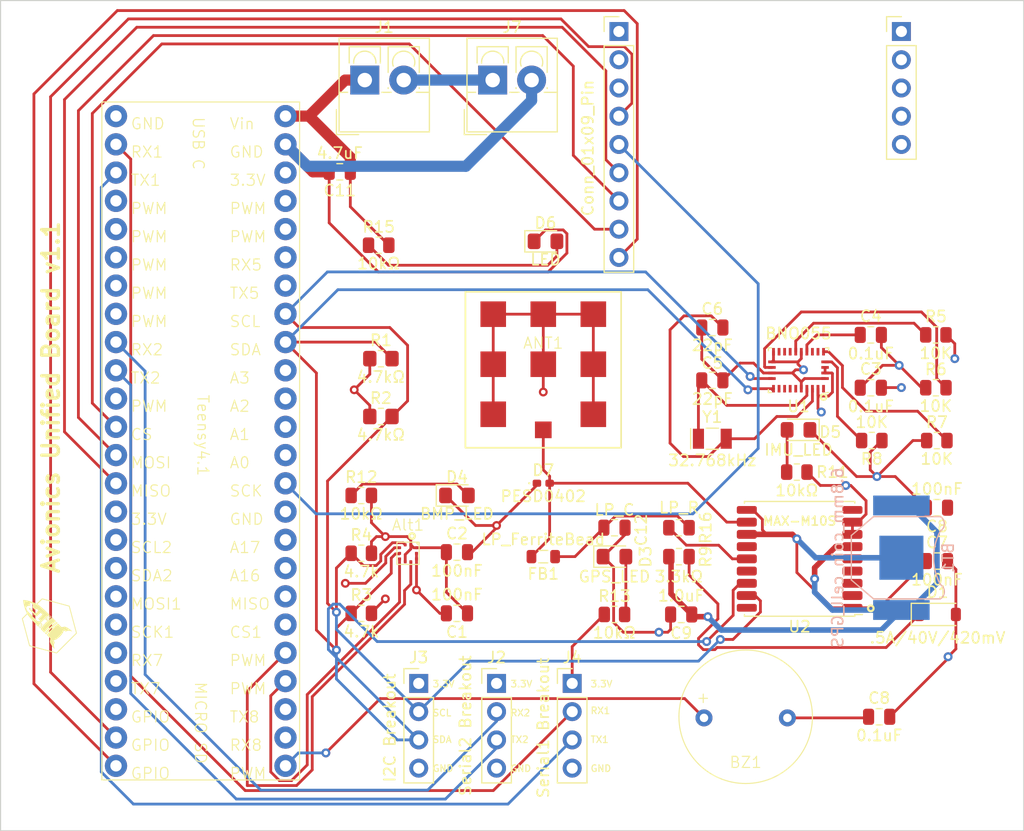
<source format=kicad_pcb>
(kicad_pcb (version 20221018) (generator pcbnew)
  (layers (0 "F.Cu" signal) (1 "In1.Cu" power "Voltage") (2 "In2.Cu" power "Ground") (31 "B.Cu" signal) (34 "B.Paste" user) (35 "F.Paste" user) (36 "B.SilkS" user "B.Silkscreen") (37 "F.SilkS" user "F.Silkscreen") (38 "B.Mask" user) (39 "F.Mask" user) (44 "Edge.Cuts" user))
  (net 0 "")
  (net 1 "/3.3V")
  (net 2 "/SCL")
  (net 3 "Net-(ANT1-RF_IN)")
  (net 4 "GND")
  (net 5 "/BACKUP")
  (net 6 "Net-(BZ1--)")
  (net 7 "Net-(U1-CAP)")
  (net 8 "Net-(U1-XOUT32)")
  (net 9 "Net-(U1-XIN32)")
  (net 10 "Net-(J1-Pin_2)")
  (net 11 "Net-(C8-Pad1)")
  (net 12 "Net-(D1-K)")
  (net 13 "Net-(D3-A)")
  (net 14 "Net-(D4-A)")
  (net 15 "Net-(D5-A)")
  (net 16 "Net-(D6-K)")
  (net 17 "Net-(D6-A)")
  (net 18 "Net-(J1-Pin_1)")
  (net 19 "/Breakout_RX2")
  (net 20 "/Breakout_TX2")
  (net 21 "/SDA")
  (net 22 "/Breakout_RX1")
  (net 23 "/Breakout_TX1")
  (net 24 "Net-(U1-~{RESET})")
  (net 25 "Net-(U1-COM3)")
  (net 26 "Net-(U1-PS0)")
  (net 27 "Net-(U1-PS1)")
  (net 45 "/Radio_INT")
  (net 46 "/Radio_RST")
  (net 49 "/BMP_I2C_ADDR")
  (net 50 "/BMP_INT")
  (net 81 "Net-(C12-Pad1)")
  (net 84 "Net-(U2-VCC_RF)")
  (net 87 "/Radio_SCK")
  (net 88 "/Radio_MISO")
  (net 89 "/Radio_MOSI")
  (net 90 "/Radio_CS")
  (footprint "Connector_PinHeader_2.54mm:PinHeader_1x04_P2.54mm_Vertical" (layer "F.Cu") (at 107.6 96)
    (fp_text reference "J3")
    (fp_text value "I2C Breakout")
  )
  (footprint "Resistor_SMD:R_0805_2012Metric" (layer "F.Cu") (at 104 56.6)
    (fp_text reference "R15")
    (fp_text value "10kΩ")
  )
  (footprint "Capacitor_SMD:C_0805_2012Metric" (layer "F.Cu") (at 154.2 85)
    (fp_text reference "C7")
    (fp_text value "100nF")
  )
  (footprint "PatchAntenna:SGGP.12.A" (layer "F.Cu") (at 119.308 65.724)
    (fp_text reference "ANT1")
    (fp_text value "~")
  )
  (footprint "Capacitor_SMD:C_0805_2012Metric" (layer "F.Cu") (at 125.2 82)
    (fp_text reference "C12")
    (fp_text value "LP_C")
  )
  (footprint "LED_SMD:LED_0805_2012Metric_Pad1.15x1.40mm_HandSolder" (layer "F.Cu") (at 141.75 73.2 180)
    (fp_text reference "D5")
    (fp_text value "IMU_LED")
  )
  (footprint "Capacitor_SMD:C_0805_2012Metric" (layer "F.Cu") (at 100.5 50 180)
    (fp_text reference "C11")
    (fp_text value "4.7uF")
  )
  (footprint "TerminalBlock_4Ucon:TerminalBlock_4Ucon_1x02_P3.50mm_Vertical" (layer "F.Cu") (at 102.75 41.75)
    (fp_text reference "J1")
    (fp_text value "Screw_Terminal_01x02" hide)
  )
  (footprint "Resistor_SMD:R_0805_2012Metric" (layer "F.Cu") (at 102.4375 84.3)
    (fp_text reference "R4")
    (fp_text value "4.7k")
  )
  (footprint "Resistor_SMD:R_0805_2012Metric" (layer "F.Cu") (at 131 82)
    (fp_text reference "R16")
    (fp_text value "LP_R")
  )
  (footprint "Avionics:BMP390" (layer "F.Cu") (at 106.6375 84.3)
    (fp_text reference "Alt1")
    (fp_text value "~")
  )
  (footprint "Capacitor_SMD:C_0805_2012Metric" (layer "F.Cu") (at 134 68.75)
    (fp_text reference "C5")
    (fp_text value "22pF")
  )
  (footprint "Resistor_SMD:R_0805_2012Metric" (layer "F.Cu") (at 102.4375 89.7)
    (fp_text reference "R3")
    (fp_text value "4.7k")
  )
  (footprint "MountingHole:MountingHole_2.7mm_M2.5" (layer "F.Cu") (at 158 38.75)
    (fp_text reference "H1" hide)
    (fp_text value "MountingHole" hide)
  )
  (footprint "LED_SMD:LED_0805_2012Metric_Pad1.15x1.40mm_HandSolder" (layer "F.Cu") (at 111.0375 79.1)
    (fp_text reference "D4")
    (fp_text value "BMP_LED")
  )
  (footprint "TerminalBlock_4Ucon:TerminalBlock_4Ucon_1x02_P3.50mm_Vertical" (layer "F.Cu") (at 114.25 41.75)
    (fp_text reference "J7")
    (fp_text value "Screw_Terminal_01x02" hide)
  )
  (footprint "LED_SMD:LED_0805_2012Metric_Pad1.15x1.40mm_HandSolder" (layer "F.Cu") (at 125.2 84.6)
    (fp_text reference "D3")
    (fp_text value "GPS_LED")
  )
  (footprint "Connector_PinHeader_2.54mm:PinHeader_1x04_P2.54mm_Vertical" (layer "F.Cu") (at 114.6 96)
    (fp_text reference "J2")
    (fp_text value "Serial2 Breakout")
  )
  (footprint "Package_LGA:LGA-28_5.2x3.8mm_P0.5mm" (layer "F.Cu") (at 141.75 67.8375 180)
    (fp_text reference "U1")
    (fp_text value "BNO055")
  )
  (footprint "Capacitor_SMD:C_0805_2012Metric" (layer "F.Cu") (at 111.0375 84.2)
    (fp_text reference "C2")
    (fp_text value "100nF")
  )
  (footprint "Resistor_SMD:R_0805_2012Metric" (layer "F.Cu") (at 141.6 77)
    (fp_text reference "R11")
    (fp_text value "10kΩ")
  )
  (footprint "Resistor_SMD:R_0805_2012Metric" (layer "F.Cu") (at 154.1875 74.1625)
    (fp_text reference "R7")
    (fp_text value "10K")
  )
  (footprint "Resistor_SMD:R_0805_2012Metric" (layer "F.Cu") (at 102.4375 79.1)
    (fp_text reference "R12")
    (fp_text value "10kΩ")
  )
  (footprint "Capacitor_SMD:C_0805_2012Metric" (layer "F.Cu") (at 154.2 80.2 180)
    (fp_text reference "C8")
    (fp_text value "100nF")
  )
  (footprint "Crystal:Crystal_SMD_MicroCrystal_CC7V-T1A-2Pin_3.2x1.5mm" (layer "F.Cu") (at 134 74)
    (fp_text reference "Y1")
    (fp_text value "32.768kHz")
  )
  (footprint "RF_GPS:ublox_MAX" (layer "F.Cu") (at 141.85 84.8 180)
    (fp_text reference "U2")
    (fp_text value "MAX-M10S")
  )
  (footprint "Connector_PinHeader_2.54mm:PinHeader_1x04_P2.54mm_Vertical" (layer "F.Cu") (at 121.4 96)
    (fp_text reference "J4")
    (fp_text value "Serial1 Breakout")
  )
  (footprint "Resistor_SMD:R_0805_2012Metric" (layer "F.Cu") (at 154.1 69.4125)
    (fp_text reference "R6")
    (fp_text value "10K")
  )
  (footprint "Inductor_SMD:L_0805_2012Metric" (layer "F.Cu") (at 118.8 84.6 180)
    (fp_text reference "FB1")
    (fp_text value "LP_FerriteBead")
  )
  (footprint "Connector_PinHeader_2.54mm:PinHeader_1x05_P2.54mm_Vertical" (layer "F.Cu") (at 151 37.38)
    (fp_text reference "J5" hide)
    (fp_text value "Conn_01x05_Pin" hide)
  )
  (footprint "Connector_PinHeader_2.54mm:PinHeader_1x09_P2.54mm_Vertical" (layer "F.Cu") (at 125.6 37.38)
    (fp_text reference "J6" hide)
    (fp_text value "Conn_01x09_Pin")
  )
  (footprint "MountingHole:MountingHole_2.7mm_M2.5" (layer "F.Cu") (at 74 105.25)
    (fp_text reference "H3" hide)
    (fp_text value "MountingHole" hide)
  )
  (footprint "Diode_SMD:D_SOD-123" (layer "F.Cu") (at 154.25 89.8)
    (fp_text reference "D1")
    (fp_text value ".5A/40V/420mV")
  )
  (footprint "LOGO" (layer "F.Cu") (at 74.4 90.85 90)
    (fp_text reference "G***" hide)
    (fp_text value "LOGO" hide)
  )
  (footprint "Capacitor_SMD:C_0805_2012Metric" (layer "F.Cu") (at 111.0375 89.7 180)
    (fp_text reference "C1")
    (fp_text value "100nF")
  )
  (footprint "Resistor_SMD:R_0805_2012Metric_Pad1.20x1.40mm_HandSolder" (layer "F.Cu") (at 104.2 66.8)
    (fp_text reference "R1")
    (fp_text value "4.7kΩ")
  )
  (footprint "Resistor_SMD:R_0805_2012Metric" (layer "F.Cu") (at 154.1 64.6625)
    (fp_text reference "R5")
    (fp_text value "10K")
  )
  (footprint "LED_SMD:LED_0805_2012Metric_Pad1.15x1.40mm_HandSolder" (layer "F.Cu") (at 119 56.25)
    (fp_text reference "D6")
    (fp_text value "LED")
  )
  (footprint "Resistor_SMD:R_0805_2012Metric" (layer "F.Cu") (at 131 84.6 180)
    (fp_text reference "R9")
    (fp_text value "3.3kΩ")
  )
  (footprint "Capacitor_SMD:C_0805_2012Metric" (layer "F.Cu") (at 134 64)
    (fp_text reference "C6")
    (fp_text value "22pF")
  )
  (footprint "Capacitor_SMD:C_0805_2012Metric" (layer "F.Cu") (at 131.2 89.8 180)
    (fp_text reference "C9")
    (fp_text value "1.0uF")
  )
  (footprint "MountingHole:MountingHole_2.7mm_M2.5" (layer "F.Cu") (at 74 38.75)
    (fp_text reference "H2" hide)
    (fp_text value "MountingHole" hide)
  )
  (footprint "Capacitor_SMD:C_0805_2012Metric" (layer "F.Cu") (at 148.25 69.4125)
    (fp_text reference "C3")
    (fp_text value "0.1uF")
  )
  (footprint "Avionics:Adafruit_5V_Buzzer" (layer "F.Cu") (at 137 103.6)
    (fp_text reference "BZ1")
    (fp_text value "Buzzer")
  )
  (footprint "Capacitor_SMD:C_0805_2012Metric" (layer "F.Cu") (at 149 99)
    (fp_text reference "C8")
    (fp_text value "0.1uF")
  )
  (footprint "MountingHole:MountingHole_2.7mm_M2.5" (layer "F.Cu") (at 158 105.25)
    (fp_text reference "H4" hide)
    (fp_text value "MountingHole" hide)
  )
  (footprint "Capacitor_SMD:C_0805_2012Metric" (layer "F.Cu") (at 148.25 64.6625)
    (fp_text reference "C4")
    (fp_text value "0.1uF")
  )
  (footprint "Resistor_SMD:R_0805_2012Metric" (layer "F.Cu") (at 148.3375 74.1625 180)
    (fp_text reference "R8")
    (fp_text value "10K")
  )
  (footprint "Breakout Boards:Teensy_4.1" (layer "F.Cu") (at 88 74.2)
    (fp_text reference "Teensy4.1")
    (fp_text value "~")
  )
  (footprint "Diode_SMD:D_0402_1005Metric_Pad0.77x0.64mm_HandSolder" (layer "F.Cu") (at 118.8 78)
    (fp_text reference "D7")
    (fp_text value "PESD0402")
  )
  (footprint "Resistor_SMD:R_0805_2012Metric" (layer "F.Cu") (at 125.2 89.8)
    (fp_text reference "R13")
    (fp_text value "10kΩ")
  )
  (footprint "Resistor_SMD:R_0805_2012Metric_Pad1.20x1.40mm_HandSolder" (layer "F.Cu") (at 104.2 72)
    (fp_text reference "R2")
    (fp_text value "4.7kΩ")
  )
  (footprint "Battery:BatteryHolder_Keystone_2998_1x6.8mm" (layer "B.Cu") (at 151 84.7 90)
    (fp_text reference "BT1")
    (fp_text value "6.8mm_coin_cell_GPS")
  )
  (gr_circle (center 144 70.25) (end 144.25 70.25) (stroke (width 0.2)) (fill none) (layer "F.SilkS"))
  (gr_circle (center 148.25 89.25) (end 148.5 89.25) (stroke (width 0.2)) (fill none) (layer "F.SilkS"))
  (gr_circle (center 107 82.75) (end 107.25 82.75) (stroke (width 0.2)) (fill none) (layer "F.SilkS"))
  (gr_rect (start 70 34.6) (end 162 109.25) (stroke (width 0.1)) (fill none) (layer "Edge.Cuts"))
  (gr_text "RX2" (at 115.8 99) (layer "F.SilkS") (effects (font (size 0.6 0.6) (thickness 0.1) bold) (justify left bottom)))
  (gr_text "GND\n" (at 123 104) (layer "F.SilkS") (effects (font (size 0.6 0.6) (thickness 0.1) bold) (justify left bottom)))
  (gr_text "3.3V" (at 108.8 96.4) (layer "F.SilkS") (effects (font (size 0.6 0.6) (thickness 0.1) bold) (justify left bottom)))
  (gr_text "3.3V" (at 123 96.4) (layer "F.SilkS") (effects (font (size 0.6 0.6) (thickness 0.1) bold) (justify left bottom)))
  (gr_text "TX1\n" (at 123 101.4) (layer "F.SilkS") (effects (font (size 0.6 0.6) (thickness 0.1) bold) (justify left bottom)))
  (gr_text "Avionics Unified Board v1.1" (at 75.4 86.25 90) (layer "F.SilkS") (effects (font (size 1.5 1.5) (thickness 0.3) bold) (justify left bottom)))
  (gr_text "TX2\n" (at 115.8 101.4) (layer "F.SilkS") (effects (font (size 0.6 0.6) (thickness 0.1) bold) (justify left bottom)))
  (gr_text "GND\n" (at 115.8 104) (layer "F.SilkS") (effects (font (size 0.6 0.6) (thickness 0.1) bold) (justify left bottom)))
  (gr_text "RX1" (at 123 98.8) (layer "F.SilkS") (effects (font (size 0.6 0.6) (thickness 0.1) bold) (justify left bottom)))
  (gr_text "GND\n" (at 108.8 104) (layer "F.SilkS") (effects (font (size 0.6 0.6) (thickness 0.1) bold) (justify left bottom)))
  (gr_text "SCL" (at 108.8 99) (layer "F.SilkS") (effects (font (size 0.6 0.6) (thickness 0.1) bold) (justify left bottom)))
  (gr_text "3.3V" (at 115.8 96.4) (layer "F.SilkS") (effects (font (size 0.6 0.6) (thickness 0.1) bold) (justify left bottom)))
  (gr_text "SDA\n" (at 108.8 101.4) (layer "F.SilkS") (effects (font (size 0.6 0.6) (thickness 0.1) bold) (justify left bottom)))
  (segment (start 103.8 82.8) (end 103.35 83.25) (width 0.25) (layer "F.Cu") (net 1))
  (segment (start 146.6 81.5) (end 146.6 82.6) (width 0.25) (layer "F.Cu") (net 1))
  (segment (start 106.8875 83.9125) (end 106.8875 83.5375) (width 0.25) (layer "F.Cu") (net 1))
  (segment (start 146.45 78.2) (end 146 78.2) (width 0.25) (layer "F.Cu") (net 1))
  (segment (start 106.5625 82.8) (end 106.8875 83.125) (width 0.25) (layer "F.Cu") (net 1))
  (segment (start 121.4 92.6875) (end 124.2875 89.8) (width 0.25) (layer "F.Cu") (net 1))
  (segment (start 155.9 85.75) (end 155.15 85) (width 0.25) (layer "F.Cu") (net 1))
  (segment (start 144.752 68.0875) (end 144.1375 68.0875) (width 0.25) (layer "F.Cu") (net 1))
  (segment (start 143.575 70.1625) (end 144.452 70.1625) (width 0.25) (layer "F.Cu") (net 1))
  (segment (start 107.4 83.8) (end 109.6875 83.8) (width 0.25) (layer "F.Cu") (net 1))
  (segment (start 110.0875 84.2) (end 110.0875 87.8) (width 0.25) (layer "F.Cu") (net 1))
  (segment (start 104.6 82.8) (end 103.8 82.8) (width 0.25) (layer "F.Cu") (net 1))
  (segment (start 155.2 93.6) (end 155.1125 93.6875) (width 0.25) (layer "F.Cu") (net 1))
  (segment (start 103.35 81.55) (end 103.35 79.1) (width 0.25) (layer "F.Cu") (net 1))
  (segment (start 109.6875 83.8) (end 110.0875 84.2) (width 0.25) (layer "F.Cu") (net 1))
  (segment (start 147.825 79.575) (end 146.45 78.2) (width 0.25) (layer "F.Cu") (net 1))
  (segment (start 155.9 92.9) (end 155.9 89.8) (width 0.25) (layer "F.Cu") (net 1))
  (segment (start 146.6 81.5) (end 147.107107 81.5) (width 0.25) (layer "F.Cu") (net 1))
  (segment (start 106.3875 85.0625) (end 106.3875 84.4125) (width 0.25) (layer "F.Cu") (net 1))
  (segment (start 144.8 68.1355) (end 144.752 68.0875) (width 0.25) (layer "F.Cu") (net 1))
  (segment (start 144.8 69.8145) (end 144.8 68.1355) (width 0.25) (layer "F.Cu") (net 1))
  (segment (start 103.2 71) (end 101.8 69.6) (width 0.25) (layer "F.Cu") (net 1))
  (segment (start 151 69.4) (end 149.2125 69.4) (width 0.25) (layer "F.Cu") (net 1))
  (segment (start 103.35 83.25) (end 103.35 84.3) (width 0.25) (layer "F.Cu") (net 1))
  (segment (start 155.2 93.6) (end 155.2 93.75) (width 0.25) (layer "F.Cu") (net 1))
  (segment (start 155.8 66.8) (end 155.8 65.45) (width 0.25) (layer "F.Cu") (net 1))
  (segment (start 144.1375 67.5875) (end 144.1375 68.0875) (width 0.25) (layer "F.Cu") (net 1))
  (segment (start 143.7125 78.2) (end 146 78.2) (width 0.25) (layer "F.Cu") (net 1))
  (segment (start 147.107107 81.5) (end 147.825 80.782107) (width 0.25) (layer "F.Cu") (net 1))
  (segment (start 144.452 70.1625) (end 144.8 69.8145) (width 0.25) (layer "F.Cu") (net 1))
  (segment (start 143.5 69.5) (end 143.5 70.0875) (width 0.25) (layer "F.Cu") (net 1))
  (segment (start 149.2125 69.4) (end 149.2 69.4125) (width 0.25) (layer "F.Cu") (net 1))
  (segment (start 103.2 72) (end 103.2 71) (width 0.25) (layer "F.Cu") (net 1))
  (segment (start 107.15 83.8) (end 106.8875 83.5375) (width 0.25) (layer "F.Cu") (net 1))
  (segment (start 106.8875 83.125) (end 106.8875 83.5375) (width 0.25) (layer "F.Cu") (net 1))
  (segment (start 143.8 71.6) (end 143.5 71.3) (width 0.25) (layer "F.Cu") (net 1))
  (segment (start 103.2 66.8) (end 103.2 68.2) (width 0.25) (layer "F.Cu") (net 1))
  (segment (start 110.0875 87.8) (end 111.9875 89.7) (width 0.25) (layer "F.Cu") (net 1))
  (segment (start 107.4 83.8) (end 107.15 83.8) (width 0.25) (layer "F.Cu") (net 1))
  (segment (start 143.5 70.0875) (end 143.575 70.1625) (width 0.25) (layer "F.Cu") (net 1))
  (segment (start 155.8 65.45) (end 155.0125 64.6625) (width 0.25) (layer "F.Cu") (net 1))
  (segment (start 155.9 89.8) (end 155.9 85.75) (width 0.25) (layer "F.Cu") (net 1))
  (segment (start 147.825 80.782107) (end 147.825 79.575) (width 0.25) (layer "F.Cu") (net 1))
  (segment (start 155.2 93.75) (end 149.95 99) (width 0.25) (layer "F.Cu") (net 1))
  (segment (start 104.6 82.8) (end 106.5625 82.8) (width 0.25) (layer "F.Cu") (net 1))
  (segment (start 106.3875 84.4125) (end 106.8875 83.9125) (width 0.25) (layer "F.Cu") (net 1))
  (segment (start 143.5 71.3) (end 143.5 69.5) (width 0.25) (layer "F.Cu") (net 1))
  (segment (start 103.35 89.7) (end 103.35 89.65) (width 0.25) (layer "F.Cu") (net 1))
  (segment (start 155.2 93.6) (end 155.9 92.9) (width 0.25) (layer "F.Cu") (net 1))
  (segment (start 103.2 68.2) (end 101.8 69.6) (width 0.25) (layer "F.Cu") (net 1))
  (segment (start 121.4 96) (end 121.4 92.6875) (width 0.25) (layer "F.Cu") (net 1))
  (segment (start 104.6 82.8) (end 103.35 81.55) (width 0.25) (layer "F.Cu") (net 1))
  (segment (start 103.35 89.65) (end 104.6 88.4) (width 0.25) (layer "F.Cu") (net 1))
  (segment (start 142.5125 77) (end 143.7125 78.2) (width 0.25) (layer "F.Cu") (net 1))
  (via (at 143.8 71.6) (size 0.8) (drill 0.4) (layers "F.Cu" "B.Cu") (net 1))
  (via (at 101.8 69.6) (size 0.8) (drill 0.4) (layers "F.Cu" "B.Cu") (remove_unused_layers) (zone_layer_connections "In1.Cu") (net 1))
  (via (at 146 78.2) (size 0.8) (drill 0.4) (layers "F.Cu" "B.Cu") (net 1))
  (via (at 104.6 82.8) (size 0.8) (drill 0.4) (layers "F.Cu" "B.Cu") (remove_unused_layers) (zone_layer_connections "In1.Cu") (net 1))
  (via (at 151 69.4) (size 0.8) (drill 0.4) (layers "F.Cu" "B.Cu") (net 1))
  (via (at 155.8 66.8) (size 0.8) (drill 0.4) (layers "F.Cu" "B.Cu") (net 1))
  (via (at 155.2 93.6) (size 0.8) (drill 0.4) (layers "F.Cu" "B.Cu") (net 1))
  (via (at 104.6 88.4) (size 0.8) (drill 0.4) (layers "F.Cu" "B.Cu") (remove_unused_layers) (zone_layer_connections "In1.Cu") (net 1))
  (segment (start 137.5875 68.5875) (end 137.4 68.4) (width 0.25) (layer "F.Cu") (net 2))
  (segment (start 99.4 77.8) (end 105.2 72) (width 0.25) (layer "F.Cu") (net 2))
  (segment (start 102.625 85.4) (end 101.525 84.3) (width 0.25) (layer "F.Cu") (net 2))
  (segment (start 105.2375 83.35) (end 104.1875 84.4) (width 0.25) (layer "F.Cu") (net 2))
  (segment (start 106.2 83.35) (end 105.2375 83.35) (width 0.25) (layer "F.Cu") (net 2))
  (segment (start 104.1875 84.988173) (end 103.775673 85.4) (width 0.25) (layer "F.Cu") (net 2))
  (segment (start 100.2 89.6) (end 100.2 85.625) (width 0.25) (layer "F.Cu") (net 2))
  (segment (start 135.861095 92.046012) (end 138.325 89.582107) (width 0.25) (layer "F.Cu") (net 2))
  (segment (start 100.2 85.625) (end 101.525 84.3) (width 0.25) (layer "F.Cu") (net 2))
  (segment (start 100.2 89.6) (end 99.4 88.8) (width 0.25) (layer "F.Cu") (net 2))
  (segment (start 104.1875 84.4) (end 104.1875 84.988173) (width 0.25) (layer "F.Cu") (net 2))
  (segment (start 139.3625 68.5875) (end 137.5875 68.5875) (width 0.25) (layer "F.Cu") (net 2))
  (segment (start 103.775673 85.4) (end 102.625 85.4) (width 0.25) (layer "F.Cu") (net 2))
  (segment (start 99.4 88.8) (end 99.4 77.8) (width 0.25) (layer "F.Cu") (net 2))
  (segment (start 105 64) (end 96.85 64) (width 0.25) (layer "F.Cu") (net 2))
  (segment (start 106.6 65.6) (end 105 64) (width 0.25) (layer "F.Cu") (net 2))
  (segment (start 106.6 70.6) (end 106.6 65.6) (width 0.25) (layer "F.Cu") (net 2))
  (segment (start 138.325 88.575) (end 137.85 88.1) (width 0.25) (layer "F.Cu") (net 2))
  (segment (start 138.325 89.582107) (end 138.325 88.575) (width 0.25) (layer "F.Cu") (net 2))
  (segment (start 134.72309 92.046012) (end 135.861095 92.046012) (width 0.25) (layer "F.Cu") (net 2))
  (segment (start 137.85 88.1) (end 137.1 88.1) (width 0.25) (layer "F.Cu") (net 2))
  (segment (start 105.2 72) (end 106.6 70.6) (width 0.25) (layer "F.Cu") (net 2))
  (segment (start 106.3875 83.5375) (end 106.2 83.35) (width 0.25) (layer "F.Cu") (net 2))
  (segment (start 96.85 64) (end 95.62 62.77) (width 0.25) (layer "F.Cu") (net 2))
  (via (at 134.72309 92.046012) (size 0.8) (drill 0.4) (layers "F.Cu" "B.Cu") (net 2))
  (via (at 100.2 89.6) (size 0.8) (drill 0.4) (layers "F.Cu" "B.Cu") (net 2))
  (via (at 137.4 68.4) (size 0.8) (drill 0.4) (layers "F.Cu" "B.Cu") (net 2))
  (segment (start 100.2 89.6) (end 100.2 91.14) (width 0.25) (layer "B.Cu") (net 2))
  (segment (start 95.62 62.77) (end 99.39 59) (width 0.25) (layer "B.Cu") (net 2))
  (segment (start 132.75 94) (end 133.75 93) (width 0.25) (layer "B.Cu") (net 2))
  (segment (start 134.703988 92.046012) (end 134.72309 92.046012) (width 0.25) (layer "B.Cu") (net 2))
  (segment (start 128 59) (end 99.39 59) (width 0.25) (layer "B.Cu") (net 2))
  (segment (start 112.14 94) (end 132.75 94) (width 0.25) (layer "B.Cu") (net 2))
  (segment (start 137.4 68.4) (end 128 59) (width 0.25) (layer "B.Cu") (net 2))
  (segment (start 100.2 91.14) (end 107.6 98.54) (width 0.25) (layer "B.Cu") (net 2))
  (segment (start 133.75 93) (end 134.703988 92.046012) (width 0.25) (layer "B.Cu") (net 2))
  (segment (start 107.6 98.54) (end 112.14 94) (width 0.25) (layer "B.Cu") (net 2))
  (segment (start 119.3725 78) (end 119.3725 82.965) (width 0.25) (layer "F.Cu") (net 3))
  (segment (start 135.3 81.5) (end 137.1 81.5) (width 0.25) (layer "F.Cu") (net 3))
  (segment (start 131.8 78) (end 135.3 81.5) (width 0.25) (layer "F.Cu") (net 3))
  (segment (start 118.8 76.8) (end 119.3725 77.3725) (width 0.25) (layer "F.Cu") (net 3))
  (segment (start 118.8 73.2) (end 118.8 76.8) (width 0.25) (layer "F.Cu") (net 3))
  (segment (start 119.3725 82.965) (end 117.7375 84.6) (width 0.25) (layer "F.Cu") (net 3))
  (segment (start 119.3725 77.3725) (end 119.3725 78) (width 0.25) (layer "F.Cu") (net 3))
  (segment (start 119.3725 78) (end 131.8 78) (width 0.25) (layer "F.Cu") (net 3))
  (segment (start 138.5 82.2) (end 138.5 81.257538) (width 0.25) (layer "F.Cu") (net 4))
  (segment (start 118.2275 78) (end 118.2275 78.1725) (width 0.25) (layer "F.Cu") (net 4))
  (segment (start 153.275 74.1625) (end 152.0375 74.1625) (width 0.25) (layer "F.Cu") (net 4))
  (segment (start 107.4 84.8) (end 107.4 87.6) (width 0.25) (layer "F.Cu") (net 4))
  (segment (start 142 69.5) (end 142 68.8855) (width 0.25) (layer "F.Cu") (net 4))
  (segment (start 150.45 77.4) (end 148.8 77.4) (width 0.25) (layer "F.Cu") (net 4))
  (segment (start 142 68.8855) (end 141.202 68.0875) (width 0.25) (layer "F.Cu") (net 4))
  (segment (start 149.25 74.1625) (end 149.2375 74.1625) (width 0.25) (layer "F.Cu") (net 4))
  (segment (start 126 91.4) (end 129.2 91.4) (width 0.25) (layer "F.Cu") (net 4))
  (segment (start 153.25 80.2) (end 150.45 77.4) (width 0.25) (layer "F.Cu") (net 4))
  (segment (start 123.3 71.8) (end 123.3 67.3) (width 0.25) (layer "F.Cu") (net 4))
  (segment (start 149.05 89.2) (end 153.25 85) (width 0.25) (layer "F.Cu") (net 4))
  (segment (start 142 66.7895) (end 141.702 67.0875) (width 0.25) (layer "F.Cu") (net 4))
  (segment (start 139.3625 68.0875) (end 138.600305 68.0875) (width 0.25) (layer "F.Cu") (net 4))
  (segment (start 114.3 67.3) (end 114.3 62.8) (width 0.25) (layer "F.Cu") (net 4))
  (segment (start 118.8 67.3) (end 118.8 69.8) (width 0.25) (layer "F.Cu") (net 4))
  (segment (start 147.3 69.4125) (end 149.3125 67.4) (width 0.25) (layer "F.Cu") (net 4))
  (segment (start 141.4895 67.8) (end 141.202 68.0875) (width 0.25) (layer "F.Cu") (net 4))
  (segment (start 105.423896 83.8) (end 105.875 83.8) (width 0.25) (layer "F.Cu") (net 4))
  (segment (start 152.0375 74.1625) (end 148.8 77.4) (width 0.25) (layer "F.Cu") (net 4))
  (segment (start 146.6 89.2) (end 144.774695 89.2) (width 0.25) (layer "F.Cu") (net 4))
  (segment (start 141.702 67.302) (end 142.2 67.8) (width 0.25) (layer "F.Cu") (net 4))
  (segment (start 126.15 82) (end 126.15 82.625) (width 0.25) (layer "F.Cu") (net 4))
  (segment (start 114.6 81.8) (end 112.7125 81.8) (width 0.25) (layer "F.Cu") (net 4))
  (segment (start 130.25 91.15) (end 130.25 89.8) (width 0.25) (layer "F.Cu") (net 4))
  (segment (start 101 87) (end 102.812069 87) (width 0.25) (layer "F.Cu") (net 4))
  (segment (start 149.2 64.6625) (end 149.2 65.8) (width 0.25) (layer "F.Cu") (net 4))
  (segment (start 144.774695 89.2) (end 141.6 86.025305) (width 0.25) (layer "F.Cu") (net 4))
  (segment (start 149.2 65.8) (end 150.8 67.4) (width 0.25) (layer "F.Cu") (net 4))
  (segment (start 138.5 81.257538) (end 137.642462 80.4) (width 0.25) (layer "F.Cu") (net 4))
  (segment (start 114.8 82) (end 114.6 81.8) (width 0.25) (layer "F.Cu") (net 4))
  (segment (start 129.2 91.4) (end 130 91.4) (width 0.25) (layer "F.Cu") (net 4))
  (segment (start 141.2 82.6) (end 137.1 82.6) (width 0.5) (layer "F.Cu") (net 4))
  (segment (start 126.15 82.625) (end 124.175 84.6) (width 0.25) (layer "F.Cu") (net 4))
  (segment (start 125.125 85.55) (end 125.125 90.525) (width 0.25) (layer "F.Cu") (net 4))
  (segment (start 107.4 84.3) (end 107.4 84.8) (width 0.25) (layer "F.Cu") (net 4))
  (segment (start 124.175 84.6) (end 125.125 85.55) (width 0.25) (layer "F.Cu") (net 4))
  (segment (start 102.812069 87) (end 104.6375 85.174569) (width 0.25) (layer "F.Cu") (net 4))
  (segment (start 142.298 68.5875) (end 144.1375 68.5875) (width 0.25) (layer "F.Cu") (net 4))
  (segment (start 118.8 62.8) (end 118.8 67.3) (width 0.25) (layer "F.Cu") (net 4))
  (segment (start 141.6 86.025305) (end 141.6 83) (width 0.25) (layer "F.Cu") (net 4))
  (segment (start 125.125 90.525) (end 126 91.4) (width 0.25) (layer "F.Cu") (net 4))
  (segment (start 142.2 67.8) (end 141.4895 67.8) (width 0.25) (layer "F.Cu") (net 4))
  (segment (start 142.775 73.2) (end 146.975 77.4) (width 0.25) (layer "F.Cu") (net 4))
  (segment (start 104.6375 84.586396) (end 105.423896 83.8) (width 0.25) (layer "F.Cu") (net 4))
  (segment (start 142 68.8855) (end 142.298 68.5875) (width 0.25) (layer "F.Cu") (net 4))
  (segment (start 138.9 82.6) (end 138.5 82.2) (width 0.25) (layer "F.Cu") (net 4))
  (segment (start 141.702 67.0875) (end 141.702 67.302) (width 0.25) (layer "F.Cu") (net 4))
  (segment (start 118.2275 78.1725) (end 114.6 81.8) (width 0.25) (layer "F.Cu") (net 4))
  (segment (start 114.3 62.8) (end 118.8 62.8) (width 0.25) (layer "F.Cu") (net 4))
  (segment (start 118.8 62.8) (end 123.3 62.8) (width 0.25) (layer "F.Cu") (net 4))
  (segment (start 138.600305 68.0875) (end 137.712805 67.2) (width 0.25) (layer "F.Cu") (net 4))
  (segment (start 133.05 66.85) (end 133.05 64) (width 0.25) (layer "F.Cu") (net 4))
  (segment (start 139.5 66.95) (end 139.3625 67.0875) (width 0.25) (layer "F.Cu") (net 4))
  (segment (start 134.95 68.75) (end 133.05 66.85) (width 0.25) (layer "F.Cu") (net 4))
  (segment (start 147.95 99.1) (end 140.75 99.1) (width 0.25) (layer "F.Cu") (net 4))
  (segment (start 114.6 82) (end 114.6 81.8) (width 0.25) (layer "F.Cu") (net 4))
  (segment (start 114.3 71.8) (end 114.3 67.3) (width 0.25) (layer "F.Cu") (net 4))
  (segment (start 136.5 67.2) (end 134.95 68.75) (width 0.25) (layer "F.Cu") (net 4))
  (segment (start 110.0875 89.7) (end 109.5 89.7) (width 0.25) (layer "F.Cu") (net 4))
  (segment (start 109.5 89.7) (end 107.4 87.6) (width 0.25) (layer "F.Cu") (net 4))
  (segment (start 148.2 75.2) (end 148.2 76.8) (width 0.25) (layer "F.Cu") (net 4))
  (segment (start 153.1875 69.4125) (end 152.8125 69.4125) (width 0.25) (layer "F.Cu") (net 4))
  (segment (start 111.9875 84.2) (end 112.4 84.2) (width 0.25) (layer "F.Cu") (net 4))
  (segment (start 130 91.4) (end 130.25 91.15) (width 0.25) (layer "F.Cu") (net 4))
  (segment (start 146.975 77.4) (end 148.8 77.4) (width 0.25) (layer "F.Cu") (net 4))
  (segment (start 148.05 99) (end 147.95 99.1) (width 0.25) (layer "F.Cu") (net 4))
  (segment (start 141.202 68.0875) (end 139.3625 68.0875) (width 0.25) (layer "F.Cu") (net 4))
  (segment (start 142 66.175) (end 142 66.7895) (width 0.25) (layer "F.Cu") (net 4))
  (segment (start 112.7125 81.8) (end 110.0125 79.1) (width 0.25) (layer "F.Cu") (net 4))
  (segment (start 149.2375 74.1625) (end 148.2 75.2) (width 0.25) (layer "F.Cu") (net 4))
  (segment (start 141.6 83) (end 141.2 82.6) (width 0.5) (layer "F.Cu") (net 4))
  (segment (start 149.3125 67.4) (end 150.8 67.4) (width 0.25) (layer "F.Cu") (net 4))
  (segment (start 137.642462 80.4) (end 137.1 80.4) (width 0.25) (layer "F.Cu") (net 4))
  (segment (start 123.3 67.3) (end 123.3 62.8) (width 0.25) (layer "F.Cu") (net 4))
  (segment (start 112.4 84.2) (end 114.6 82) (width 0.25) (layer "F.Cu") (net 4))
  (segment (start 104.6375 85.174569) (end 104.6375 84.586396) (width 0.25) (layer "F.Cu") (net 4))
  (segment (start 152.8125 69.4125) (end 150.8 67.4) (width 0.25) (layer "F.Cu") (net 4))
  (segment (start 137.712805 67.2) (end 136.5 67.2) (width 0.25) (layer "F.Cu") (net 4))
  (segment (start 146.6 89.2) (end 149.05 89.2) (width 0.25) (layer "F.Cu") (net 4))
  (segment (start 141.702 67.0875) (end 139.3625 67.0875) (width 0.25) (layer "F.Cu") (net 4))
  (segment (start 148.2 76.8) (end 148.8 77.4) (width 0.25) (layer "F.Cu") (net 4))
  (segment (start 139.5 66.175) (end 139.5 66.95) (width 0.25) (layer "F.Cu") (net 4))
  (via (at 118.8 69.8) (size 0.8) (drill 0.4) (layers "F.Cu" "B.Cu") (remove_unused_layers) (zone_layer_connections "In2.Cu") (net 4))
  (via (at 141.6 83) (size 0.8) (drill 0.4) (layers "F.Cu" "B.Cu") (net 4))
  (via (at 142.2 67.8) (size 0.8) (drill 0.4) (layers "F.Cu" "B.Cu") (net 4))
  (via (at 150.8 67.4) (size 0.8) (drill 0.4) (layers "F.Cu" "B.Cu") (net 4))
  (via (at 107.4 87.6) (size 0.8) (drill 0.4) (layers "F.Cu" "B.Cu") (remove_unused_layers) (zone_layer_connections "In2.Cu") (net 4))
  (via (at 148.8 77.4) (size 0.8) (drill 0.4) (layers "F.Cu" "B.Cu") (net 4))
  (via (at 129.2 91.4) (size 0.8) (drill 0.4) (layers "F.Cu" "B.Cu") (net 4))
  (via (at 114.6 81.8) (size 0.8) (drill 0.4) (layers "F.Cu" "B.Cu") (remove_unused_layers) (zone_layer_connections "In2.Cu") (net 4))
  (via (at 101 87) (size 0.8) (drill 0.4) (layers "F.Cu" "B.Cu") (remove_unused_layers) (zone_layer_connections "In2.Cu") (net 4))
  (segment (start 150.2 84.7) (end 143.3 84.7) (width 0.5) (layer "B.Cu") (net 4))
  (segment (start 143.3 84.7) (end 141.6 83) (width 0.5) (layer "B.Cu") (net 4))
  (segment (start 132.15 89.8) (end 130.2875 87.9375) (width 0.5) (layer "F.Cu") (net 5))
  (segment (start 130.2875 87.9375) (end 130.2875 84.8) (width 0.5) (layer "F.Cu") (net 5))
  (segment (start 143.2 86.6) (end 143.2 85.6) (width 0.5) (layer "F.Cu") (net 5))
  (segment (start 145.1 83.7) (end 146.6 83.7) (width 0.5) (layer "F.Cu") (net 5))
  (segment (start 132.35 90) (end 132.15 89.8) (width 0.25) (layer "F.Cu") (net 5))
  (segment (start 130.2875 84.8) (end 130.0875 84.6) (width 0.25) (layer "F.Cu") (net 5))
  (segment (start 133.6 90) (end 132.35 90) (width 0.5) (layer "F.Cu") (net 5))
  (segment (start 143.2 85.6) (end 145.1 83.7) (width 0.5) (layer "F.Cu") (net 5))
  (via (at 143.2 86.6) (size 0.8) (drill 0.4) (layers "F.Cu" "B.Cu") (net 5))
  (via (at 133.6 90) (size 0.8) (drill 0.4) (layers "F.Cu" "B.Cu") (net 5))
  (segment (start 144.8 89.4) (end 151 89.4) (width 0.5) (layer "B.Cu") (net 5))
  (segment (start 149.2 91.2) (end 151 89.4) (width 0.5) (layer "B.Cu") (net 5))
  (segment (start 150.2 89.4) (end 149.8 89.8) (width 0.5) (layer "B.Cu") (net 5))
  (segment (start 151.8 80) (end 151 80) (width 0.5) (layer "B.Cu") (net 5))
  (segment (start 143.2 87.8) (end 143.2 86.6) (width 0.5) (layer "B.Cu") (net 5))
  (segment (start 151.8 89.4) (end 154.2 87) (width 0.5) (layer "B.Cu") (net 5))
  (segment (start 151 89.4) (end 151.8 89.4) (width 0.5) (layer "B.Cu") (net 5))
  (segment (start 134.8 91.2) (end 149.2 91.2) (width 0.5) (layer "B.Cu") (net 5))
  (segment (start 133.6 90) (end 134.8 91.2) (width 0.5) (layer "B.Cu") (net 5))
  (segment (start 154.2 82.4) (end 151.8 80) (width 0.5) (layer "B.Cu") (net 5))
  (segment (start 143.2 87.8) (end 144.8 89.4) (width 0.5) (layer "B.Cu") (net 5))
  (segment (start 154.2 87) (end 154.2 82.4) (width 0.5) (layer "B.Cu") (net 5))
  (segment (start 131.515 97.365) (end 104.135 97.365) (width 0.25) (layer "F.Cu") (net 6))
  (segment (start 104.135 97.365) (end 99.25 102.25) (width 0.25) (layer "F.Cu") (net 6))
  (segment (start 133.25 99.1) (end 131.515 97.365) (width 0.25) (layer "F.Cu") (net 6))
  (via (at 99.25 102.25) (size 0.8) (drill 0.4) (layers "F.Cu" "B.Cu") (net 6))
  (segment (start 96.78 102.25) (end 95.62 103.41) (width 0.25) (layer "B.Cu") (net 6))
  (segment (start 99.25 102.25) (end 96.78 102.25) (width 0.25) (layer "B.Cu") (net 6))
  (segment (start 147.3 64.6625) (end 143.398 64.6625) (width 0.25) (layer "F.Cu") (net 7))
  (segment (start 142.5 65.5605) (end 142.5 66.175) (width 0.25) (layer "F.Cu") (net 7))
  (segment (start 143.398 64.6625) (end 142.5 65.5605) (width 0.25) (layer "F.Cu") (net 7))
  (segment (start 141.6145 71) (end 142.5 70.1145) (width 0.25) (layer "F.Cu") (net 8))
  (segment (start 132.75 69.05) (end 132.75 74) (width 0.25) (layer "F.Cu") (net 8))
  (segment (start 135.3 71) (end 141.6145 71) (width 0.25) (layer "F.Cu") (net 8))
  (segment (start 142.5 70.1145) (end 142.5 69.5) (width 0.25) (layer "F.Cu") (net 8))
  (segment (start 133.05 68.75) (end 135.3 71) (width 0.25) (layer "F.Cu") (net 8))
  (segment (start 133.05 68.75) (end 132.75 69.05) (width 0.25) (layer "F.Cu") (net 8))
  (segment (start 139.8 72) (end 141.625448 72) (width 0.25) (layer "F.Cu") (net 9))
  (segment (start 143 70.625448) (end 143 69.5) (width 0.25) (layer "F.Cu") (net 9))
  (segment (start 134.95 64) (end 133.9 62.95) (width 0.25) (layer "F.Cu") (net 9))
  (segment (start 137.8 74) (end 139.8 72) (width 0.25) (layer "F.Cu") (net 9))
  (segment (start 135.25 74) (end 137.8 74) (width 0.25) (layer "F.Cu") (net 9))
  (segment (start 130.2 74.4) (end 131.4 75.6) (width 0.25) (layer "F.Cu") (net 9))
  (segment (start 131.45 62.95) (end 130.2 64.2) (width 0.25) (layer "F.Cu") (net 9))
  (segment (start 133.9 62.95) (end 131.45 62.95) (width 0.25) (layer "F.Cu") (net 9))
  (segment (start 131.4 75.6) (end 133.65 75.6) (width 0.25) (layer "F.Cu") (net 9))
  (segment (start 141.625448 72) (end 143 70.625448) (width 0.25) (layer "F.Cu") (net 9))
  (segment (start 133.65 75.6) (end 135.25 74) (width 0.25) (layer "F.Cu") (net 9))
  (segment (start 130.2 64.2) (end 130.2 74.4) (width 0.25) (layer "F.Cu") (net 9))
  (segment (start 106.25 41.75) (end 114.25 41.75) (width 1) (layer "B.Cu") (net 10))
  (segment (start 134.231096 92.962701) (end 133.187396 92.962701) (width 0.25) (layer "F.Cu") (net 12))
  (segment (start 152.6 89.8) (end 149.628988 92.771012) (width 0.25) (layer "F.Cu") (net 12))
  (segment (start 134.5 88.843503) (end 131.9125 86.256003) (width 0.25) (layer "F.Cu") (net 12))
  (segment (start 134.422785 92.771012) (end 134.231096 92.962701) (width 0.25) (layer "F.Cu") (net 12))
  (segment (start 133.187396 92.962701) (end 132.762701 92.538006) (width 0.25) (layer "F.Cu") (net 12))
  (segment (start 132.762701 91.937396) (end 134.5 90.200097) (width 0.25) (layer "F.Cu") (net 12))
  (segment (start 131.9125 86.256003) (end 131.9125 84.8) (width 0.25) (layer "F.Cu") (net 12))
  (segment (start 149.628988 92.771012) (end 134.422785 92.771012) (width 0.25) (layer "F.Cu") (net 12))
  (segment (start 134.5 90.200097) (end 134.5 88.843503) (width 0.25) (layer "F.Cu") (net 12))
  (segment (start 131.9125 84.8) (end 132.1125 84.6) (width 0.25) (layer "F.Cu") (net 12))
  (segment (start 132.762701 92.538006) (end 132.762701 91.937396) (width 0.25) (layer "F.Cu") (net 12))
  (segment (start 126.225 84.6) (end 126.225 89.6875) (width 0.25) (layer "F.Cu") (net 13))
  (segment (start 126.225 89.6875) (end 126.1125 89.8) (width 0.25) (layer "F.Cu") (net 13))
  (segment (start 112.0625 79.1) (end 111.0375 78.075) (width 0.25) (layer "F.Cu") (net 14))
  (segment (start 102.55 78.075) (end 101.525 79.1) (width 0.25) (layer "F.Cu") (net 14))
  (segment (start 111.0375 78.075) (end 102.55 78.075) (width 0.25) (layer "F.Cu") (net 14))
  (segment (start 140.725 76.9625) (end 140.6875 77) (width 0.25) (layer "F.Cu") (net 15))
  (segment (start 140.725 73.2) (end 140.725 76.9625) (width 0.25) (layer "F.Cu") (net 15))
  (segment (start 117.975 56.25) (end 119 55.225) (width 0.25) (layer "F.Cu") (net 16))
  (segment (start 99.55 50) (end 98.09 50) (width 1) (layer "F.Cu") (net 16))
  (segment (start 98.09 50) (end 95.62 47.53) (width 1) (layer "F.Cu") (net 16))
  (segment (start 119.236396 59) (end 103.961827 59) (width 0.25) (layer "F.Cu") (net 16))
  (segment (start 120.925 55.561827) (end 120.925 57.311396) (width 0.25) (layer "F.Cu") (net 16))
  (segment (start 103.961827 59) (end 99.55 54.588173) (width 0.25) (layer "F.Cu") (net 16))
  (segment (start 120.925 57.311396) (end 119.236396 59) (width 0.25) (layer "F.Cu") (net 16))
  (segment (start 99.55 54.588173) (end 99.55 50) (width 0.25) (layer "F.Cu") (net 16))
  (segment (start 120.588173 55.225) (end 120.925 55.561827) (width 0.25) (layer "F.Cu") (net 16))
  (segment (start 119 55.225) (end 120.588173 55.225) (width 0.25) (layer "F.Cu") (net 16))
  (segment (start 117.75 43.588477) (end 117.75 41.75) (width 1) (layer "B.Cu") (net 16))
  (segment (start 95.62 47.53) (end 97.59 49.5) (width 1) (layer "B.Cu") (net 16))
  (segment (start 111.838477 49.5) (end 117.75 43.588477) (width 1) (layer "B.Cu") (net 16))
  (segment (start 97.59 49.5) (end 111.838477 49.5) (width 1) (layer "B.Cu") (net 16))
  (segment (start 104.8875 58.4) (end 103.0875 56.6) (width 0.25) (layer "F.Cu") (net 17))
  (segment (start 120.025 57.575) (end 119.2 58.4) (width 0.25) (layer "F.Cu") (net 17))
  (segment (start 119.2 58.4) (end 104.8875 58.4) (width 0.25) (layer "F.Cu") (net 17))
  (segment (start 120.025 56.25) (end 120.025 57.575) (width 0.25) (layer "F.Cu") (net 17))
  (segment (start 100.98 41.75) (end 102.75 41.75) (width 1) (layer "F.Cu") (net 18))
  (segment (start 97.74 44.99) (end 95.62 44.99) (width 1) (layer "F.Cu") (net 18))
  (segment (start 101.45 50) (end 101.45 48.7) (width 1) (layer "F.Cu") (net 18))
  (segment (start 101.45 53.1375) (end 104.9125 56.6) (width 0.25) (layer "F.Cu") (net 18))
  (segment (start 101.45 50) (end 101.45 53.1375) (width 0.25) (layer "F.Cu") (net 18))
  (segment (start 97.74 44.99) (end 100.98 41.75) (width 1) (layer "F.Cu") (net 18))
  (segment (start 101.45 48.7) (end 97.74 44.99) (width 1) (layer "F.Cu") (net 18))
  (segment (start 114.6 98.54) (end 114.6 99.4) (width 0.25) (layer "B.Cu") (net 19))
  (segment (start 83 67.93) (end 80.38 65.31) (width 0.25) (layer "B.Cu") (net 19))
  (segment (start 93.4 105.6) (end 83 95.2) (width 0.25) (layer "B.Cu") (net 19))
  (segment (start 83 95.2) (end 83 67.93) (width 0.25) (layer "B.Cu") (net 19))
  (segment (start 114.6 99.4) (end 108.4 105.6) (width 0.25) (layer "B.Cu") (net 19))
  (segment (start 108.4 105.6) (end 93.4 105.6) (width 0.25) (layer "B.Cu") (net 19))
  (segment (start 114.6 101.8) (end 110 106.4) (width 0.25) (layer "B.Cu") (net 20))
  (segment (start 91.2 106.4) (end 81.705 96.905) (width 0.25) (layer "B.Cu") (net 20))
  (segment (start 110 106.4) (end 91.2 106.4) (width 0.25) (layer "B.Cu") (net 20))
  (segment (start 114.6 101.08) (end 114.6 101.8) (width 0.25) (layer "B.Cu") (net 20))
  (segment (start 81.705 96.905) (end 81.705 69.175) (width 0.25) (layer "B.Cu") (net 20))
  (segment (start 81.705 69.175) (end 80.38 67.85) (width 0.25) (layer "B.Cu") (net 20))
  (segment (start 105.130146 84.730146) (end 105.130146 86.094854) (width 0.25) (layer "F.Cu") (net 21))
  (segment (start 105.85 84.35) (end 105.510292 84.35) (width 0.25) (layer "F.Cu") (net 21))
  (segment (start 137.3 69.5) (end 139.5 69.5) (width 0.25) (layer "F.Cu") (net 21))
  (segment (start 133.487701 92.237701) (end 134.40439 91.321012) (width 0.25) (layer "F.Cu") (net 21))
  (segment (start 98.4 91.2) (end 98.4 68.09) (width 0.25) (layer "F.Cu") (net 21))
  (segment (start 103.71 65.31) (end 95.62 65.31) (width 0.25) (layer "F.Cu") (net 21))
  (segment (start 135.875 89.875) (end 135.875 87.625) (width 0.25) (layer "F.Cu") (net 21))
  (segment (start 134.40439 91.321012) (end 134.428988 91.321012) (width 0.25) (layer "F.Cu") (net 21))
  (segment (start 100.2 91.025) (end 101.525 89.7) (width 0.25) (layer "F.Cu") (net 21))
  (segment (start 105.130146 86.094854) (end 101.525 89.7) (width 0.25) (layer "F.Cu") (net 21))
  (segment (start 137.2 69.6) (end 137.3 69.5) (width 0.25) (layer "F.Cu") (net 21))
  (segment (start 98.4 68.09) (end 95.62 65.31) (width 0.25) (layer "F.Cu") (net 21))
  (segment (start 105.2 66.8) (end 103.71 65.31) (width 0.25) (layer "F.Cu") (net 21))
  (segment (start 139.4 69.6) (end 139.5 69.5) (width 0.25) (layer "F.Cu") (net 21))
  (segment (start 136.5 87) (end 137.1 87) (width 0.25) (layer "F.Cu") (net 21))
  (segment (start 105.875 84.325) (end 105.85 84.35) (width 0.25) (layer "F.Cu") (net 21))
  (segment (start 100.2 93) (end 100.2 91.025) (width 0.25) (layer "F.Cu") (net 21))
  (segment (start 105.510292 84.35) (end 105.130146 84.730146) (width 0.25) (layer "F.Cu") (net 21))
  (segment (start 100.2 93) (end 98.4 91.2) (width 0.25) (layer "F.Cu") (net 21))
  (segment (start 135.875 87.625) (end 136.5 87) (width 0.25) (layer "F.Cu") (net 21))
  (segment (start 134.428988 91.321012) (end 135.875 89.875) (width 0.25) (layer "F.Cu") (net 21))
  (segment (start 105.875 84.3) (end 105.875 84.325) (width 0.25) (layer "F.Cu") (net 21))
  (via (at 100.2 93) (size 0.8) (drill 0.4) (layers "F.Cu" "B.Cu") (net 21))
  (via (at 133.487701 92.237701) (size 0.8) (drill 0.4) (layers "F.Cu" "B.Cu") (net 21))
  (via (at 137.2 69.6) (size 0.8) (drill 0.4) (layers "F.Cu" "B.Cu") (net 21))
  (segment (start 100.2 93) (end 100.2 95.6) (width 0.25) (layer "B.Cu") (net 21))
  (segment (start 100.2 95.6) (end 105.68 101.08) (width 0.25) (layer "B.Cu") (net 21))
  (segment (start 99.475 89.299695) (end 99.475 92.955) (width 0.25) (layer "B.Cu") (net 21))
  (segment (start 100.500305 88.875) (end 99.899695 88.875) (width 0.25) (layer "B.Cu") (net 21))
  (segment (start 103.863006 92.237701) (end 100.500305 88.875) (width 0.25) (layer "B.Cu") (net 21))
  (segment (start 100.33 60.6) (end 95.62 65.31) (width 0.25) (layer "B.Cu") (net 21))
  (segment (start 99.899695 88.875) (end 99.475 89.299695) (width 0.25) (layer "B.Cu") (net 21))
  (segment (start 99.475 92.955) (end 107.6 101.08) (width 0.25) (layer "B.Cu") (net 21))
  (segment (start 137.2 69.6) (end 128.2 60.6) (width 0.25) (layer "B.Cu") (net 21))
  (segment (start 105.68 101.08) (end 107.6 101.08) (width 0.25) (layer "B.Cu") (net 21))
  (segment (start 133.487701 92.237701) (end 103.863006 92.237701) (width 0.25) (layer "B.Cu") (net 21))
  (segment (start 128.2 60.6) (end 100.33 60.6) (width 0.25) (layer "B.Cu") (net 21))
  (segment (start 81.705 48.855) (end 80.38 47.53) (width 0.25) (layer "F.Cu") (net 22))
  (segment (start 81.705 95.341396) (end 81.705 48.855) (width 0.25) (layer "F.Cu") (net 22))
  (segment (start 114.305 105.635) (end 91.998604 105.635) (width 0.25) (layer "F.Cu") (net 22))
  (segment (start 91.998604 105.635) (end 81.705 95.341396) (width 0.25) (layer "F.Cu") (net 22))
  (segment (start 121.4 98.54) (end 114.305 105.635) (width 0.25) (layer "F.Cu") (net 22))
  (segment (start 121.4 101.08) (end 115.63 106.85) (width 0.25) (layer "B.Cu") (net 23))
  (segment (start 79.055 51.395) (end 80.38 50.07) (width 0.25) (layer "B.Cu") (net 23))
  (segment (start 115.63 106.85) (end 81.946167 106.85) (width 0.25) (layer "B.Cu") (net 23))
  (segment (start 79.055 103.958833) (end 79.055 51.395) (width 0.25) (layer "B.Cu") (net 23))
  (segment (start 81.946167 106.85) (end 79.055 103.958833) (width 0.25) (layer "B.Cu") (net 23))
  (segment (start 143.1 63.6125) (end 141.5 65.2125) (width 0.25) (layer "F.Cu") (net 24))
  (segment (start 153.1875 64.6625) (end 152.1375 63.6125) (width 0.25) (layer "F.Cu") (net 24))
  (segment (start 152.1375 63.6125) (end 143.1 63.6125) (width 0.25) (layer "F.Cu") (net 24))
  (segment (start 141.5 65.2125) (end 141.5 66.175) (width 0.25) (layer "F.Cu") (net 24))
  (segment (start 138.7 67.5395) (end 138.7 65.9) (width 0.25) (layer "F.Cu") (net 25))
  (segment (start 154.175 63.974327) (end 154.175 68.575) (width 0.25) (layer "F.Cu") (net 25))
  (segment (start 152.800673 62.6) (end 154.175 63.974327) (width 0.25) (layer "F.Cu") (net 25))
  (segment (start 138.748 67.5875) (end 138.7 67.5395) (width 0.25) (layer "F.Cu") (net 25))
  (segment (start 154.175 68.575) (end 155.0125 69.4125) (width 0.25) (layer "F.Cu") (net 25))
  (segment (start 138.7 65.9) (end 142 62.6) (width 0.25) (layer "F.Cu") (net 25))
  (segment (start 142 62.6) (end 152.800673 62.6) (width 0.25) (layer "F.Cu") (net 25))
  (segment (start 139.3625 67.5875) (end 138.748 67.5875) (width 0.25) (layer "F.Cu") (net 25))
  (segment (start 144.448896 66.175) (end 144 66.175) (width 0.25) (layer "F.Cu") (net 26))
  (segment (start 155.1 74.1625) (end 152.4625 71.525) (width 0.25) (layer "F.Cu") (net 26))
  (segment (start 152.4625 71.525) (end 147.825 71.525) (width 0.25) (layer "F.Cu") (net 26))
  (segment (start 147.825 71.525) (end 145.7 69.4) (width 0.25) (layer "F.Cu") (net 26))
  (segment (start 145.7 67.426104) (end 144.448896 66.175) (width 0.25) (layer "F.Cu") (net 26))
  (segment (start 145.7 69.4) (end 145.7 67.426104) (width 0.25) (layer "F.Cu") (net 26))
  (segment (start 144.725 67.0875) (end 144.1375 67.0875) (width 0.25) (layer "F.Cu") (net 27))
  (segment (start 147.425 74.1625) (end 145.25 71.9875) (width 0.25) (layer "F.Cu") (net 27))
  (segment (start 145.25 71.9875) (end 145.25 67.6125) (width 0.25) (layer "F.Cu") (net 27))
  (segment (start 145.25 67.6125) (end 144.725 67.0875) (width 0.25) (layer "F.Cu") (net 27))
  (segment (start 126.086701 38.745) (end 126.775 39.433299) (width 0.25) (layer "F.Cu") (net 45))
  (segment (start 74.5 43.25) (end 81.5 36.25) (width 0.25) (layer "F.Cu") (net 45))
  (segment (start 122.881396 38.745) (end 126.086701 38.745) (width 0.25) (layer "F.Cu") (net 45))
  (segment (start 81.5 36.25) (end 120.386396 36.25) (width 0.25) (layer "F.Cu") (net 45))
  (segment (start 126.775 39.433299) (end 126.775 43.825) (width 0.25) (layer "F.Cu") (net 45))
  (segment (start 74.5 94.99) (end 74.5 43.25) (width 0.25) (layer "F.Cu") (net 45))
  (segment (start 126.775 43.825) (end 125.6 45) (width 0.25) (layer "F.Cu") (net 45))
  (segment (start 80.38 100.87) (end 74.5 94.99) (width 0.25) (layer "F.Cu") (net 45))
  (segment (start 120.386396 36.25) (end 122.881396 38.745) (width 0.25) (layer "F.Cu") (net 45))
  (segment (start 80.5 35.5) (end 126.07 35.5) (width 0.25) (layer "F.Cu") (net 46))
  (segment (start 73 96.03) (end 73 43) (width 0.25) (layer "F.Cu") (net 46))
  (segment (start 126.07 35.5) (end 127.25 36.68) (width 0.25) (layer "F.Cu") (net 46))
  (segment (start 80.38 103.41) (end 73 96.03) (width 0.25) (layer "F.Cu") (net 46))
  (segment (start 127.25 36.68) (end 127.25 56.05) (width 0.25) (layer "F.Cu") (net 46))
  (segment (start 73 43) (end 80.5 35.5) (width 0.25) (layer "F.Cu") (net 46))
  (segment (start 127.25 56.05) (end 125.6 57.7) (width 0.25) (layer "F.Cu") (net 46))
  (segment (start 97.575673 103.32816) (end 96.168833 104.735) (width 0.25) (layer "F.Cu") (net 49))
  (segment (start 94.295 97.115) (end 95.62 95.79) (width 0.25) (layer "F.Cu") (net 49))
  (segment (start 105.875 88.700673) (end 97.575673 97) (width 0.25) (layer "F.Cu") (net 49))
  (segment (start 94.295 103.958833) (end 94.295 97.115) (width 0.25) (layer "F.Cu") (net 49))
  (segment (start 97.575673 97) (end 97.575673 103.32816) (width 0.25) (layer "F.Cu") (net 49))
  (segment (start 105.875 84.8) (end 105.875 88.700673) (width 0.25) (layer "F.Cu") (net 49))
  (segment (start 95.071167 104.735) (end 94.295 103.958833) (width 0.25) (layer "F.Cu") (net 49))
  (segment (start 96.168833 104.735) (end 95.071167 104.735) (width 0.25) (layer "F.Cu") (net 49))
  (segment (start 106.325 87.649695) (end 106.325 88.887069) (width 0.25) (layer "F.Cu") (net 50))
  (segment (start 98.025673 103.774327) (end 96.615 105.185) (width 0.25) (layer "F.Cu") (net 50))
  (segment (start 92.185 105.185) (end 92.185 96.685) (width 0.25) (layer "F.Cu") (net 50))
  (segment (start 106.325 88.887069) (end 98.025673 97.186396) (width 0.25) (layer "F.Cu") (net 50))
  (segment (start 106.8875 85.0625) (end 106.8875 87.087195) (width 0.25) (layer "F.Cu") (net 50))
  (segment (start 92.185 96.685) (end 95.62 93.25) (width 0.25) (layer "F.Cu") (net 50))
  (segment (start 96.615 105.185) (end 92.185 105.185) (width 0.25) (layer "F.Cu") (net 50))
  (segment (start 98.025673 97.186396) (end 98.025673 103.774327) (width 0.25) (layer "F.Cu") (net 50))
  (segment (start 106.8875 87.087195) (end 106.325 87.649695) (width 0.25) (layer "F.Cu") (net 50))
  (segment (start 131.9125 82) (end 130.8625 80.95) (width 0.25) (layer "F.Cu") (net 81))
  (segment (start 119.8625 84.6) (end 121.65 84.6) (width 0.25) (layer "F.Cu") (net 81))
  (segment (start 121.65 84.6) (end 124.25 82) (width 0.25) (layer "F.Cu") (net 81))
  (segment (start 130.8625 80.95) (end 125.3 80.95) (width 0.25) (layer "F.Cu") (net 81))
  (segment (start 125.3 80.95) (end 124.25 82) (width 0.25) (layer "F.Cu") (net 81))
  (segment (start 134.575 83.575) (end 135.8 84.8) (width 0.25) (layer "F.Cu") (net 84))
  (segment (start 135.8 84.8) (end 137.1 84.8) (width 0.25) (layer "F.Cu") (net 84))
  (segment (start 131.6625 83.575) (end 134.575 83.575) (width 0.25) (layer "F.Cu") (net 84))
  (segment (start 130.0875 82) (end 131.6625 83.575) (width 0.25) (layer "F.Cu") (net 84))
  (segment (start 138.125 60.065) (end 138.125 74.875) (width 0.25) (layer "B.Cu") (net 87))
  (segment (start 138.125 74.875) (end 132.25 80.75) (width 0.25) (layer "B.Cu") (net 87))
  (segment (start 125.6 47.54) (end 138.125 60.065) (width 0.25) (layer "B.Cu") (net 87))
  (segment (start 98.36 80.75) (end 95.62 78.01) (width 0.25) (layer "B.Cu") (net 87))
  (segment (start 132.25 80.75) (end 98.36 80.75) (width 0.25) (layer "B.Cu") (net 87))
  (segment (start 124.425 48.905) (end 125.6 50.08) (width 0.25) (layer "F.Cu") (net 88))
  (segment (start 124.425 40.925) (end 124.425 48.905) (width 0.25) (layer "F.Cu") (net 88))
  (segment (start 75.75 43.5) (end 82.25 37) (width 0.25) (layer "F.Cu") (net 88))
  (segment (start 80.38 78.01) (end 75.75 73.38) (width 0.25) (layer "F.Cu") (net 88))
  (segment (start 82.25 37) (end 120.5 37) (width 0.25) (layer "F.Cu") (net 88))
  (segment (start 120.5 37) (end 124.425 40.925) (width 0.25) (layer "F.Cu") (net 88))
  (segment (start 75.75 73.38) (end 75.75 43.5) (width 0.25) (layer "F.Cu") (net 88))
  (segment (start 118.75 37.75) (end 121.5 40.5) (width 0.25) (layer "F.Cu") (net 89))
  (segment (start 83.75 37.75) (end 118.75 37.75) (width 0.25) (layer "F.Cu") (net 89))
  (segment (start 121.5 48.52) (end 125.6 52.62) (width 0.25) (layer "F.Cu") (net 89))
  (segment (start 121.5 40.5) (end 121.5 48.52) (width 0.25) (layer "F.Cu") (net 89))
  (segment (start 77 72.09) (end 77 44.5) (width 0.25) (layer "F.Cu") (net 89))
  (segment (start 77 44.5) (end 83.75 37.75) (width 0.25) (layer "F.Cu") (net 89))
  (segment (start 80.38 75.47) (end 77 72.09) (width 0.25) (layer "F.Cu") (net 89))
  (segment (start 123.41 55.16) (end 125.6 55.16) (width 0.25) (layer "F.Cu") (net 90))
  (segment (start 78.25 70.8) (end 78.25 44.75) (width 0.25) (layer "F.Cu") (net 90))
  (segment (start 80.38 72.93) (end 78.25 70.8) (width 0.25) (layer "F.Cu") (net 90))
  (segment (start 78.25 44.75) (end 84.5 38.5) (width 0.25) (layer "F.Cu") (net 90))
  (segment (start 106.75 38.5) (end 123.41 55.16) (width 0.25) (layer "F.Cu") (net 90))
  (segment (start 84.5 38.5) (end 106.75 38.5) (width 0.25) (layer "F.Cu") (net 90))
)
</source>
